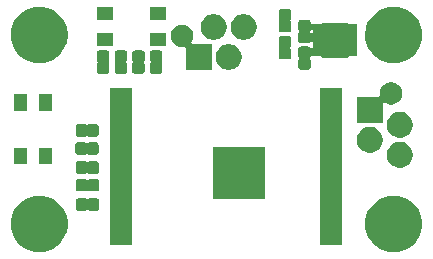
<source format=gbr>
G04 #@! TF.GenerationSoftware,KiCad,Pcbnew,5.0.2-bee76a0~70~ubuntu18.04.1*
G04 #@! TF.CreationDate,2020-01-02T20:25:09+01:00*
G04 #@! TF.ProjectId,roboy_sno,726f626f-795f-4736-9e6f-2e6b69636164,rev?*
G04 #@! TF.SameCoordinates,Original*
G04 #@! TF.FileFunction,Soldermask,Top*
G04 #@! TF.FilePolarity,Negative*
%FSLAX46Y46*%
G04 Gerber Fmt 4.6, Leading zero omitted, Abs format (unit mm)*
G04 Created by KiCad (PCBNEW 5.0.2-bee76a0~70~ubuntu18.04.1) date Do 02 Jan 2020 20:25:09 CET*
%MOMM*%
%LPD*%
G01*
G04 APERTURE LIST*
%ADD10C,0.100000*%
G04 APERTURE END LIST*
D10*
G36*
X138851904Y-136122979D02*
X139200054Y-136192230D01*
X139636826Y-136373147D01*
X140029911Y-136635798D01*
X140364202Y-136970089D01*
X140626853Y-137363174D01*
X140807770Y-137799946D01*
X140900000Y-138263621D01*
X140900000Y-138736379D01*
X140807770Y-139200054D01*
X140626853Y-139636826D01*
X140364202Y-140029911D01*
X140029911Y-140364202D01*
X139636826Y-140626853D01*
X139200054Y-140807770D01*
X138851904Y-140877021D01*
X138736381Y-140900000D01*
X138263619Y-140900000D01*
X138148096Y-140877021D01*
X137799946Y-140807770D01*
X137363174Y-140626853D01*
X136970089Y-140364202D01*
X136635798Y-140029911D01*
X136373147Y-139636826D01*
X136192230Y-139200054D01*
X136100000Y-138736379D01*
X136100000Y-138263621D01*
X136192230Y-137799946D01*
X136373147Y-137363174D01*
X136635798Y-136970089D01*
X136970089Y-136635798D01*
X137363174Y-136373147D01*
X137799946Y-136192230D01*
X138148096Y-136122979D01*
X138263619Y-136100000D01*
X138736381Y-136100000D01*
X138851904Y-136122979D01*
X138851904Y-136122979D01*
G37*
G36*
X108851904Y-136122979D02*
X109200054Y-136192230D01*
X109636826Y-136373147D01*
X110029911Y-136635798D01*
X110364202Y-136970089D01*
X110626853Y-137363174D01*
X110807770Y-137799946D01*
X110900000Y-138263621D01*
X110900000Y-138736379D01*
X110807770Y-139200054D01*
X110626853Y-139636826D01*
X110364202Y-140029911D01*
X110029911Y-140364202D01*
X109636826Y-140626853D01*
X109200054Y-140807770D01*
X108851904Y-140877021D01*
X108736381Y-140900000D01*
X108263619Y-140900000D01*
X108148096Y-140877021D01*
X107799946Y-140807770D01*
X107363174Y-140626853D01*
X106970089Y-140364202D01*
X106635798Y-140029911D01*
X106373147Y-139636826D01*
X106192230Y-139200054D01*
X106100000Y-138736379D01*
X106100000Y-138263621D01*
X106192230Y-137799946D01*
X106373147Y-137363174D01*
X106635798Y-136970089D01*
X106970089Y-136635798D01*
X107363174Y-136373147D01*
X107799946Y-136192230D01*
X108148096Y-136122979D01*
X108263619Y-136100000D01*
X108736381Y-136100000D01*
X108851904Y-136122979D01*
X108851904Y-136122979D01*
G37*
G36*
X134135000Y-140260000D02*
X132250000Y-140260000D01*
X132250000Y-126960000D01*
X134135000Y-126960000D01*
X134135000Y-140260000D01*
X134135000Y-140260000D01*
G37*
G36*
X116350000Y-140260000D02*
X114465000Y-140260000D01*
X114465000Y-126960000D01*
X116350000Y-126960000D01*
X116350000Y-140260000D01*
X116350000Y-140260000D01*
G37*
G36*
X112430974Y-136344148D02*
X112465568Y-136354642D01*
X112505128Y-136375787D01*
X112511069Y-136379757D01*
X112533708Y-136389136D01*
X112557741Y-136393917D01*
X112582245Y-136393919D01*
X112606279Y-136389140D01*
X112628918Y-136379763D01*
X112634858Y-136375795D01*
X112674432Y-136354642D01*
X112709026Y-136344148D01*
X112751141Y-136340000D01*
X113358859Y-136340000D01*
X113400974Y-136344148D01*
X113435568Y-136354642D01*
X113467441Y-136371678D01*
X113495387Y-136394613D01*
X113518322Y-136422559D01*
X113535358Y-136454432D01*
X113545852Y-136489026D01*
X113550000Y-136531141D01*
X113550000Y-137188859D01*
X113545852Y-137230974D01*
X113535358Y-137265568D01*
X113518322Y-137297441D01*
X113495387Y-137325387D01*
X113467441Y-137348322D01*
X113435568Y-137365358D01*
X113400974Y-137375852D01*
X113358859Y-137380000D01*
X112751141Y-137380000D01*
X112709026Y-137375852D01*
X112674432Y-137365358D01*
X112634872Y-137344213D01*
X112628931Y-137340243D01*
X112606292Y-137330864D01*
X112582259Y-137326083D01*
X112557755Y-137326081D01*
X112533721Y-137330860D01*
X112511082Y-137340237D01*
X112505142Y-137344205D01*
X112465568Y-137365358D01*
X112430974Y-137375852D01*
X112388859Y-137380000D01*
X111781141Y-137380000D01*
X111739026Y-137375852D01*
X111704432Y-137365358D01*
X111672559Y-137348322D01*
X111644613Y-137325387D01*
X111621678Y-137297441D01*
X111604642Y-137265568D01*
X111594148Y-137230974D01*
X111590000Y-137188859D01*
X111590000Y-136531141D01*
X111594148Y-136489026D01*
X111604642Y-136454432D01*
X111621678Y-136422559D01*
X111644613Y-136394613D01*
X111672559Y-136371678D01*
X111704432Y-136354642D01*
X111739026Y-136344148D01*
X111781141Y-136340000D01*
X112388859Y-136340000D01*
X112430974Y-136344148D01*
X112430974Y-136344148D01*
G37*
G36*
X127600000Y-136410000D02*
X123200000Y-136410000D01*
X123200000Y-132010000D01*
X127600000Y-132010000D01*
X127600000Y-136410000D01*
X127600000Y-136410000D01*
G37*
G36*
X112430974Y-134714148D02*
X112465568Y-134724642D01*
X112505128Y-134745787D01*
X112511069Y-134749757D01*
X112533708Y-134759136D01*
X112557741Y-134763917D01*
X112582245Y-134763919D01*
X112606279Y-134759140D01*
X112628918Y-134749763D01*
X112634858Y-134745795D01*
X112674432Y-134724642D01*
X112709026Y-134714148D01*
X112751141Y-134710000D01*
X113358859Y-134710000D01*
X113400974Y-134714148D01*
X113435568Y-134724642D01*
X113467441Y-134741678D01*
X113495387Y-134764613D01*
X113518322Y-134792559D01*
X113535358Y-134824432D01*
X113545852Y-134859026D01*
X113550000Y-134901141D01*
X113550000Y-135558859D01*
X113545852Y-135600974D01*
X113535358Y-135635568D01*
X113518322Y-135667441D01*
X113495387Y-135695387D01*
X113467441Y-135718322D01*
X113435568Y-135735358D01*
X113400974Y-135745852D01*
X113358859Y-135750000D01*
X112751141Y-135750000D01*
X112709026Y-135745852D01*
X112674432Y-135735358D01*
X112634872Y-135714213D01*
X112628931Y-135710243D01*
X112606292Y-135700864D01*
X112582259Y-135696083D01*
X112557755Y-135696081D01*
X112533721Y-135700860D01*
X112511082Y-135710237D01*
X112505142Y-135714205D01*
X112465568Y-135735358D01*
X112430974Y-135745852D01*
X112388859Y-135750000D01*
X111781141Y-135750000D01*
X111739026Y-135745852D01*
X111704432Y-135735358D01*
X111672559Y-135718322D01*
X111644613Y-135695387D01*
X111621678Y-135667441D01*
X111604642Y-135635568D01*
X111594148Y-135600974D01*
X111590000Y-135558859D01*
X111590000Y-134901141D01*
X111594148Y-134859026D01*
X111604642Y-134824432D01*
X111621678Y-134792559D01*
X111644613Y-134764613D01*
X111672559Y-134741678D01*
X111704432Y-134724642D01*
X111739026Y-134714148D01*
X111781141Y-134710000D01*
X112388859Y-134710000D01*
X112430974Y-134714148D01*
X112430974Y-134714148D01*
G37*
G36*
X112420974Y-133214148D02*
X112455568Y-133224642D01*
X112495128Y-133245787D01*
X112501069Y-133249757D01*
X112523708Y-133259136D01*
X112547741Y-133263917D01*
X112572245Y-133263919D01*
X112596279Y-133259140D01*
X112618918Y-133249763D01*
X112624858Y-133245795D01*
X112664432Y-133224642D01*
X112699026Y-133214148D01*
X112741141Y-133210000D01*
X113348859Y-133210000D01*
X113390974Y-133214148D01*
X113425568Y-133224642D01*
X113457441Y-133241678D01*
X113485387Y-133264613D01*
X113508322Y-133292559D01*
X113525358Y-133324432D01*
X113535852Y-133359026D01*
X113540000Y-133401141D01*
X113540000Y-134058859D01*
X113535852Y-134100974D01*
X113525358Y-134135568D01*
X113508322Y-134167441D01*
X113485387Y-134195387D01*
X113457441Y-134218322D01*
X113425568Y-134235358D01*
X113390974Y-134245852D01*
X113348859Y-134250000D01*
X112741141Y-134250000D01*
X112699026Y-134245852D01*
X112664432Y-134235358D01*
X112624872Y-134214213D01*
X112618931Y-134210243D01*
X112596292Y-134200864D01*
X112572259Y-134196083D01*
X112547755Y-134196081D01*
X112523721Y-134200860D01*
X112501082Y-134210237D01*
X112495142Y-134214205D01*
X112455568Y-134235358D01*
X112420974Y-134245852D01*
X112378859Y-134250000D01*
X111771141Y-134250000D01*
X111729026Y-134245852D01*
X111694432Y-134235358D01*
X111662559Y-134218322D01*
X111634613Y-134195387D01*
X111611678Y-134167441D01*
X111594642Y-134135568D01*
X111584148Y-134100974D01*
X111580000Y-134058859D01*
X111580000Y-133401141D01*
X111584148Y-133359026D01*
X111594642Y-133324432D01*
X111611678Y-133292559D01*
X111634613Y-133264613D01*
X111662559Y-133241678D01*
X111694432Y-133224642D01*
X111729026Y-133214148D01*
X111771141Y-133210000D01*
X112378859Y-133210000D01*
X112420974Y-133214148D01*
X112420974Y-133214148D01*
G37*
G36*
X139340857Y-131597272D02*
X139541042Y-131680191D01*
X139541045Y-131680193D01*
X139719174Y-131799215D01*
X139721213Y-131800578D01*
X139874422Y-131953787D01*
X139994809Y-132133958D01*
X140077728Y-132334143D01*
X140120000Y-132546658D01*
X140120000Y-132763342D01*
X140077728Y-132975857D01*
X139994809Y-133176042D01*
X139994807Y-133176045D01*
X139895658Y-133324432D01*
X139874422Y-133356213D01*
X139721213Y-133509422D01*
X139541042Y-133629809D01*
X139340857Y-133712728D01*
X139128342Y-133755000D01*
X138911658Y-133755000D01*
X138699143Y-133712728D01*
X138498958Y-133629809D01*
X138318787Y-133509422D01*
X138165578Y-133356213D01*
X138144343Y-133324432D01*
X138045193Y-133176045D01*
X138045191Y-133176042D01*
X137962272Y-132975857D01*
X137920000Y-132763342D01*
X137920000Y-132546658D01*
X137962272Y-132334143D01*
X138045191Y-132133958D01*
X138165578Y-131953787D01*
X138318787Y-131800578D01*
X138320827Y-131799215D01*
X138498955Y-131680193D01*
X138498958Y-131680191D01*
X138699143Y-131597272D01*
X138911658Y-131555000D01*
X139128342Y-131555000D01*
X139340857Y-131597272D01*
X139340857Y-131597272D01*
G37*
G36*
X107435000Y-133440000D02*
X106335000Y-133440000D01*
X106335000Y-132040000D01*
X107435000Y-132040000D01*
X107435000Y-133440000D01*
X107435000Y-133440000D01*
G37*
G36*
X109585000Y-133440000D02*
X108485000Y-133440000D01*
X108485000Y-132040000D01*
X109585000Y-132040000D01*
X109585000Y-133440000D01*
X109585000Y-133440000D01*
G37*
G36*
X112400974Y-131604148D02*
X112435568Y-131614642D01*
X112475128Y-131635787D01*
X112481069Y-131639757D01*
X112503708Y-131649136D01*
X112527741Y-131653917D01*
X112552245Y-131653919D01*
X112576279Y-131649140D01*
X112598918Y-131639763D01*
X112604858Y-131635795D01*
X112644432Y-131614642D01*
X112679026Y-131604148D01*
X112721141Y-131600000D01*
X113328859Y-131600000D01*
X113370974Y-131604148D01*
X113405568Y-131614642D01*
X113437441Y-131631678D01*
X113465387Y-131654613D01*
X113488322Y-131682559D01*
X113505358Y-131714432D01*
X113515852Y-131749026D01*
X113520000Y-131791141D01*
X113520000Y-132448859D01*
X113515852Y-132490974D01*
X113505358Y-132525568D01*
X113488322Y-132557441D01*
X113465387Y-132585387D01*
X113437441Y-132608322D01*
X113405568Y-132625358D01*
X113370974Y-132635852D01*
X113328859Y-132640000D01*
X112721141Y-132640000D01*
X112679026Y-132635852D01*
X112644432Y-132625358D01*
X112604872Y-132604213D01*
X112598931Y-132600243D01*
X112576292Y-132590864D01*
X112552259Y-132586083D01*
X112527755Y-132586081D01*
X112503721Y-132590860D01*
X112481082Y-132600237D01*
X112475142Y-132604205D01*
X112435568Y-132625358D01*
X112400974Y-132635852D01*
X112358859Y-132640000D01*
X111751141Y-132640000D01*
X111709026Y-132635852D01*
X111674432Y-132625358D01*
X111642559Y-132608322D01*
X111614613Y-132585387D01*
X111591678Y-132557441D01*
X111574642Y-132525568D01*
X111564148Y-132490974D01*
X111560000Y-132448859D01*
X111560000Y-131791141D01*
X111564148Y-131749026D01*
X111574642Y-131714432D01*
X111591678Y-131682559D01*
X111614613Y-131654613D01*
X111642559Y-131631678D01*
X111674432Y-131614642D01*
X111709026Y-131604148D01*
X111751141Y-131600000D01*
X112358859Y-131600000D01*
X112400974Y-131604148D01*
X112400974Y-131604148D01*
G37*
G36*
X136800857Y-130327272D02*
X137001042Y-130410191D01*
X137181213Y-130530578D01*
X137334422Y-130683787D01*
X137454809Y-130863958D01*
X137537728Y-131064143D01*
X137580000Y-131276658D01*
X137580000Y-131493342D01*
X137537728Y-131705857D01*
X137454809Y-131906042D01*
X137334422Y-132086213D01*
X137181213Y-132239422D01*
X137001042Y-132359809D01*
X136800857Y-132442728D01*
X136588342Y-132485000D01*
X136371658Y-132485000D01*
X136159143Y-132442728D01*
X135958958Y-132359809D01*
X135778787Y-132239422D01*
X135625578Y-132086213D01*
X135505191Y-131906042D01*
X135422272Y-131705857D01*
X135380000Y-131493342D01*
X135380000Y-131276658D01*
X135422272Y-131064143D01*
X135505191Y-130863958D01*
X135625578Y-130683787D01*
X135778787Y-130530578D01*
X135958958Y-130410191D01*
X136159143Y-130327272D01*
X136371658Y-130285000D01*
X136588342Y-130285000D01*
X136800857Y-130327272D01*
X136800857Y-130327272D01*
G37*
G36*
X139340857Y-129057272D02*
X139541042Y-129140191D01*
X139721213Y-129260578D01*
X139874422Y-129413787D01*
X139994809Y-129593958D01*
X140077728Y-129794143D01*
X140120000Y-130006658D01*
X140120000Y-130223342D01*
X140077728Y-130435857D01*
X139994809Y-130636042D01*
X139874422Y-130816213D01*
X139721213Y-130969422D01*
X139721210Y-130969424D01*
X139721209Y-130969425D01*
X139564395Y-131074205D01*
X139541042Y-131089809D01*
X139340857Y-131172728D01*
X139128342Y-131215000D01*
X138911658Y-131215000D01*
X138699143Y-131172728D01*
X138498958Y-131089809D01*
X138475605Y-131074205D01*
X138318791Y-130969425D01*
X138318790Y-130969424D01*
X138318787Y-130969422D01*
X138165578Y-130816213D01*
X138045191Y-130636042D01*
X137962272Y-130435857D01*
X137920000Y-130223342D01*
X137920000Y-130006658D01*
X137962272Y-129794143D01*
X138045191Y-129593958D01*
X138165578Y-129413787D01*
X138318787Y-129260578D01*
X138498958Y-129140191D01*
X138699143Y-129057272D01*
X138911658Y-129015000D01*
X139128342Y-129015000D01*
X139340857Y-129057272D01*
X139340857Y-129057272D01*
G37*
G36*
X112410974Y-130074148D02*
X112445568Y-130084642D01*
X112485128Y-130105787D01*
X112491069Y-130109757D01*
X112513708Y-130119136D01*
X112537741Y-130123917D01*
X112562245Y-130123919D01*
X112586279Y-130119140D01*
X112608918Y-130109763D01*
X112614858Y-130105795D01*
X112654432Y-130084642D01*
X112689026Y-130074148D01*
X112731141Y-130070000D01*
X113338859Y-130070000D01*
X113380974Y-130074148D01*
X113415568Y-130084642D01*
X113447441Y-130101678D01*
X113475387Y-130124613D01*
X113498322Y-130152559D01*
X113515358Y-130184432D01*
X113525852Y-130219026D01*
X113530000Y-130261141D01*
X113530000Y-130918859D01*
X113525852Y-130960974D01*
X113515358Y-130995568D01*
X113498322Y-131027441D01*
X113475387Y-131055387D01*
X113447441Y-131078322D01*
X113415568Y-131095358D01*
X113380974Y-131105852D01*
X113338859Y-131110000D01*
X112731141Y-131110000D01*
X112689026Y-131105852D01*
X112654432Y-131095358D01*
X112614872Y-131074213D01*
X112608931Y-131070243D01*
X112586292Y-131060864D01*
X112562259Y-131056083D01*
X112537755Y-131056081D01*
X112513721Y-131060860D01*
X112491082Y-131070237D01*
X112485142Y-131074205D01*
X112445568Y-131095358D01*
X112410974Y-131105852D01*
X112368859Y-131110000D01*
X111761141Y-131110000D01*
X111719026Y-131105852D01*
X111684432Y-131095358D01*
X111652559Y-131078322D01*
X111624613Y-131055387D01*
X111601678Y-131027441D01*
X111584642Y-130995568D01*
X111574148Y-130960974D01*
X111570000Y-130918859D01*
X111570000Y-130261141D01*
X111574148Y-130219026D01*
X111584642Y-130184432D01*
X111601678Y-130152559D01*
X111624613Y-130124613D01*
X111652559Y-130101678D01*
X111684432Y-130084642D01*
X111719026Y-130074148D01*
X111761141Y-130070000D01*
X112368859Y-130070000D01*
X112410974Y-130074148D01*
X112410974Y-130074148D01*
G37*
G36*
X138557117Y-126531459D02*
X138730018Y-126603077D01*
X138885625Y-126707050D01*
X139017950Y-126839375D01*
X139121923Y-126994982D01*
X139193541Y-127167883D01*
X139230050Y-127351427D01*
X139230050Y-127538573D01*
X139193541Y-127722117D01*
X139121923Y-127895018D01*
X139017950Y-128050625D01*
X138885625Y-128182950D01*
X138730018Y-128286923D01*
X138557117Y-128358541D01*
X138373573Y-128395050D01*
X138186427Y-128395050D01*
X138002883Y-128358541D01*
X137829982Y-128286923D01*
X137774446Y-128249815D01*
X137752835Y-128238264D01*
X137729386Y-128231151D01*
X137705000Y-128228749D01*
X137680614Y-128231151D01*
X137657164Y-128238264D01*
X137635554Y-128249815D01*
X137616612Y-128265361D01*
X137601066Y-128284303D01*
X137589515Y-128305914D01*
X137582402Y-128329363D01*
X137580000Y-128353749D01*
X137580000Y-129945000D01*
X135380000Y-129945000D01*
X135380000Y-127745000D01*
X137218698Y-127745000D01*
X137243084Y-127742598D01*
X137266533Y-127735485D01*
X137288144Y-127723934D01*
X137307086Y-127708388D01*
X137322632Y-127689446D01*
X137334183Y-127667835D01*
X137341296Y-127644386D01*
X137343698Y-127620000D01*
X137341296Y-127595614D01*
X137329950Y-127538573D01*
X137329950Y-127351427D01*
X137366459Y-127167883D01*
X137438077Y-126994982D01*
X137542050Y-126839375D01*
X137674375Y-126707050D01*
X137829982Y-126603077D01*
X138002883Y-126531459D01*
X138186427Y-126494950D01*
X138373573Y-126494950D01*
X138557117Y-126531459D01*
X138557117Y-126531459D01*
G37*
G36*
X107435000Y-128940000D02*
X106335000Y-128940000D01*
X106335000Y-127540000D01*
X107435000Y-127540000D01*
X107435000Y-128940000D01*
X107435000Y-128940000D01*
G37*
G36*
X109585000Y-128940000D02*
X108485000Y-128940000D01*
X108485000Y-127540000D01*
X109585000Y-127540000D01*
X109585000Y-128940000D01*
X109585000Y-128940000D01*
G37*
G36*
X115770974Y-123824148D02*
X115805568Y-123834642D01*
X115837441Y-123851678D01*
X115865387Y-123874613D01*
X115888322Y-123902559D01*
X115905358Y-123934432D01*
X115915852Y-123969026D01*
X115920000Y-124011141D01*
X115920000Y-124618859D01*
X115915852Y-124660974D01*
X115905358Y-124695568D01*
X115884213Y-124735128D01*
X115880243Y-124741069D01*
X115870864Y-124763708D01*
X115866083Y-124787741D01*
X115866081Y-124812245D01*
X115870860Y-124836279D01*
X115880237Y-124858918D01*
X115884205Y-124864858D01*
X115905358Y-124904432D01*
X115915852Y-124939026D01*
X115920000Y-124981141D01*
X115920000Y-125588859D01*
X115915852Y-125630974D01*
X115905358Y-125665568D01*
X115888322Y-125697441D01*
X115865387Y-125725387D01*
X115837441Y-125748322D01*
X115805568Y-125765358D01*
X115770974Y-125775852D01*
X115728859Y-125780000D01*
X115071141Y-125780000D01*
X115029026Y-125775852D01*
X114994432Y-125765358D01*
X114962559Y-125748322D01*
X114934613Y-125725387D01*
X114911678Y-125697441D01*
X114894642Y-125665568D01*
X114884148Y-125630974D01*
X114880000Y-125588859D01*
X114880000Y-124981141D01*
X114884148Y-124939026D01*
X114894642Y-124904432D01*
X114915787Y-124864872D01*
X114919757Y-124858931D01*
X114929136Y-124836292D01*
X114933917Y-124812259D01*
X114933919Y-124787755D01*
X114929140Y-124763721D01*
X114919763Y-124741082D01*
X114915795Y-124735142D01*
X114894642Y-124695568D01*
X114884148Y-124660974D01*
X114880000Y-124618859D01*
X114880000Y-124011141D01*
X114884148Y-123969026D01*
X114894642Y-123934432D01*
X114911678Y-123902559D01*
X114934613Y-123874613D01*
X114962559Y-123851678D01*
X114994432Y-123834642D01*
X115029026Y-123824148D01*
X115071141Y-123820000D01*
X115728859Y-123820000D01*
X115770974Y-123824148D01*
X115770974Y-123824148D01*
G37*
G36*
X114270974Y-123824148D02*
X114305568Y-123834642D01*
X114337441Y-123851678D01*
X114365387Y-123874613D01*
X114388322Y-123902559D01*
X114405358Y-123934432D01*
X114415852Y-123969026D01*
X114420000Y-124011141D01*
X114420000Y-124618859D01*
X114415852Y-124660974D01*
X114405358Y-124695568D01*
X114384213Y-124735128D01*
X114380243Y-124741069D01*
X114370864Y-124763708D01*
X114366083Y-124787741D01*
X114366081Y-124812245D01*
X114370860Y-124836279D01*
X114380237Y-124858918D01*
X114384205Y-124864858D01*
X114405358Y-124904432D01*
X114415852Y-124939026D01*
X114420000Y-124981141D01*
X114420000Y-125588859D01*
X114415852Y-125630974D01*
X114405358Y-125665568D01*
X114388322Y-125697441D01*
X114365387Y-125725387D01*
X114337441Y-125748322D01*
X114305568Y-125765358D01*
X114270974Y-125775852D01*
X114228859Y-125780000D01*
X113571141Y-125780000D01*
X113529026Y-125775852D01*
X113494432Y-125765358D01*
X113462559Y-125748322D01*
X113434613Y-125725387D01*
X113411678Y-125697441D01*
X113394642Y-125665568D01*
X113384148Y-125630974D01*
X113380000Y-125588859D01*
X113380000Y-124981141D01*
X113384148Y-124939026D01*
X113394642Y-124904432D01*
X113415787Y-124864872D01*
X113419757Y-124858931D01*
X113429136Y-124836292D01*
X113433917Y-124812259D01*
X113433919Y-124787755D01*
X113429140Y-124763721D01*
X113419763Y-124741082D01*
X113415795Y-124735142D01*
X113394642Y-124695568D01*
X113384148Y-124660974D01*
X113380000Y-124618859D01*
X113380000Y-124011141D01*
X113384148Y-123969026D01*
X113394642Y-123934432D01*
X113411678Y-123902559D01*
X113434613Y-123874613D01*
X113462559Y-123851678D01*
X113494432Y-123834642D01*
X113529026Y-123824148D01*
X113571141Y-123820000D01*
X114228859Y-123820000D01*
X114270974Y-123824148D01*
X114270974Y-123824148D01*
G37*
G36*
X117270974Y-123824148D02*
X117305568Y-123834642D01*
X117337441Y-123851678D01*
X117365387Y-123874613D01*
X117388322Y-123902559D01*
X117405358Y-123934432D01*
X117415852Y-123969026D01*
X117420000Y-124011141D01*
X117420000Y-124618859D01*
X117415852Y-124660974D01*
X117405358Y-124695568D01*
X117384213Y-124735128D01*
X117380243Y-124741069D01*
X117370864Y-124763708D01*
X117366083Y-124787741D01*
X117366081Y-124812245D01*
X117370860Y-124836279D01*
X117380237Y-124858918D01*
X117384205Y-124864858D01*
X117405358Y-124904432D01*
X117415852Y-124939026D01*
X117420000Y-124981141D01*
X117420000Y-125588859D01*
X117415852Y-125630974D01*
X117405358Y-125665568D01*
X117388322Y-125697441D01*
X117365387Y-125725387D01*
X117337441Y-125748322D01*
X117305568Y-125765358D01*
X117270974Y-125775852D01*
X117228859Y-125780000D01*
X116571141Y-125780000D01*
X116529026Y-125775852D01*
X116494432Y-125765358D01*
X116462559Y-125748322D01*
X116434613Y-125725387D01*
X116411678Y-125697441D01*
X116394642Y-125665568D01*
X116384148Y-125630974D01*
X116380000Y-125588859D01*
X116380000Y-124981141D01*
X116384148Y-124939026D01*
X116394642Y-124904432D01*
X116415787Y-124864872D01*
X116419757Y-124858931D01*
X116429136Y-124836292D01*
X116433917Y-124812259D01*
X116433919Y-124787755D01*
X116429140Y-124763721D01*
X116419763Y-124741082D01*
X116415795Y-124735142D01*
X116394642Y-124695568D01*
X116384148Y-124660974D01*
X116380000Y-124618859D01*
X116380000Y-124011141D01*
X116384148Y-123969026D01*
X116394642Y-123934432D01*
X116411678Y-123902559D01*
X116434613Y-123874613D01*
X116462559Y-123851678D01*
X116494432Y-123834642D01*
X116529026Y-123824148D01*
X116571141Y-123820000D01*
X117228859Y-123820000D01*
X117270974Y-123824148D01*
X117270974Y-123824148D01*
G37*
G36*
X118770974Y-123824148D02*
X118805568Y-123834642D01*
X118837441Y-123851678D01*
X118865387Y-123874613D01*
X118888322Y-123902559D01*
X118905358Y-123934432D01*
X118915852Y-123969026D01*
X118920000Y-124011141D01*
X118920000Y-124618859D01*
X118915852Y-124660974D01*
X118905358Y-124695568D01*
X118884213Y-124735128D01*
X118880243Y-124741069D01*
X118870864Y-124763708D01*
X118866083Y-124787741D01*
X118866081Y-124812245D01*
X118870860Y-124836279D01*
X118880237Y-124858918D01*
X118884205Y-124864858D01*
X118905358Y-124904432D01*
X118915852Y-124939026D01*
X118920000Y-124981141D01*
X118920000Y-125588859D01*
X118915852Y-125630974D01*
X118905358Y-125665568D01*
X118888322Y-125697441D01*
X118865387Y-125725387D01*
X118837441Y-125748322D01*
X118805568Y-125765358D01*
X118770974Y-125775852D01*
X118728859Y-125780000D01*
X118071141Y-125780000D01*
X118029026Y-125775852D01*
X117994432Y-125765358D01*
X117962559Y-125748322D01*
X117934613Y-125725387D01*
X117911678Y-125697441D01*
X117894642Y-125665568D01*
X117884148Y-125630974D01*
X117880000Y-125588859D01*
X117880000Y-124981141D01*
X117884148Y-124939026D01*
X117894642Y-124904432D01*
X117915787Y-124864872D01*
X117919757Y-124858931D01*
X117929136Y-124836292D01*
X117933917Y-124812259D01*
X117933919Y-124787755D01*
X117929140Y-124763721D01*
X117919763Y-124741082D01*
X117915795Y-124735142D01*
X117894642Y-124695568D01*
X117884148Y-124660974D01*
X117880000Y-124618859D01*
X117880000Y-124011141D01*
X117884148Y-123969026D01*
X117894642Y-123934432D01*
X117911678Y-123902559D01*
X117934613Y-123874613D01*
X117962559Y-123851678D01*
X117994432Y-123834642D01*
X118029026Y-123824148D01*
X118071141Y-123820000D01*
X118728859Y-123820000D01*
X118770974Y-123824148D01*
X118770974Y-123824148D01*
G37*
G36*
X124855857Y-123312272D02*
X125056042Y-123395191D01*
X125056045Y-123395193D01*
X125230377Y-123511678D01*
X125236213Y-123515578D01*
X125389422Y-123668787D01*
X125389424Y-123668790D01*
X125389425Y-123668791D01*
X125438867Y-123742786D01*
X125509809Y-123848958D01*
X125592728Y-124049143D01*
X125635000Y-124261658D01*
X125635000Y-124478342D01*
X125592728Y-124690857D01*
X125509809Y-124891042D01*
X125509807Y-124891045D01*
X125411949Y-125037500D01*
X125389422Y-125071213D01*
X125236213Y-125224422D01*
X125236210Y-125224424D01*
X125236209Y-125224425D01*
X125084838Y-125325568D01*
X125056042Y-125344809D01*
X124855857Y-125427728D01*
X124643342Y-125470000D01*
X124426658Y-125470000D01*
X124214143Y-125427728D01*
X124013958Y-125344809D01*
X123985162Y-125325568D01*
X123833791Y-125224425D01*
X123833790Y-125224424D01*
X123833787Y-125224422D01*
X123680578Y-125071213D01*
X123658052Y-125037500D01*
X123560193Y-124891045D01*
X123560191Y-124891042D01*
X123477272Y-124690857D01*
X123435000Y-124478342D01*
X123435000Y-124261658D01*
X123477272Y-124049143D01*
X123560191Y-123848958D01*
X123631133Y-123742786D01*
X123680575Y-123668791D01*
X123680576Y-123668790D01*
X123680578Y-123668787D01*
X123833787Y-123515578D01*
X123839624Y-123511678D01*
X124013955Y-123395193D01*
X124013958Y-123395191D01*
X124214143Y-123312272D01*
X124426658Y-123270000D01*
X124643342Y-123270000D01*
X124855857Y-123312272D01*
X124855857Y-123312272D01*
G37*
G36*
X120872117Y-121656459D02*
X121045018Y-121728077D01*
X121200625Y-121832050D01*
X121332950Y-121964375D01*
X121436923Y-122119982D01*
X121508541Y-122292883D01*
X121545050Y-122476427D01*
X121545050Y-122663573D01*
X121508541Y-122847117D01*
X121436923Y-123020018D01*
X121399815Y-123075554D01*
X121388264Y-123097165D01*
X121381151Y-123120614D01*
X121378749Y-123145000D01*
X121381151Y-123169386D01*
X121388264Y-123192836D01*
X121399815Y-123214446D01*
X121415361Y-123233388D01*
X121434303Y-123248934D01*
X121455914Y-123260485D01*
X121479363Y-123267598D01*
X121503749Y-123270000D01*
X123095000Y-123270000D01*
X123095000Y-125470000D01*
X120895000Y-125470000D01*
X120895000Y-123631302D01*
X120892598Y-123606916D01*
X120885485Y-123583467D01*
X120873934Y-123561856D01*
X120858388Y-123542914D01*
X120839446Y-123527368D01*
X120817835Y-123515817D01*
X120794386Y-123508704D01*
X120770000Y-123506302D01*
X120745614Y-123508704D01*
X120688573Y-123520050D01*
X120501427Y-123520050D01*
X120317883Y-123483541D01*
X120144982Y-123411923D01*
X119989375Y-123307950D01*
X119857050Y-123175625D01*
X119753077Y-123020018D01*
X119681459Y-122847117D01*
X119644950Y-122663573D01*
X119644950Y-122476427D01*
X119681459Y-122292883D01*
X119753077Y-122119982D01*
X119857050Y-121964375D01*
X119989375Y-121832050D01*
X120144982Y-121728077D01*
X120317883Y-121656459D01*
X120501427Y-121619950D01*
X120688573Y-121619950D01*
X120872117Y-121656459D01*
X120872117Y-121656459D01*
G37*
G36*
X131330974Y-121244148D02*
X131365568Y-121254642D01*
X131397441Y-121271678D01*
X131425387Y-121294613D01*
X131448322Y-121322559D01*
X131465358Y-121354432D01*
X131475852Y-121389026D01*
X131480000Y-121431141D01*
X131480000Y-121450000D01*
X131482402Y-121474386D01*
X131489515Y-121497835D01*
X131501066Y-121519446D01*
X131516612Y-121538388D01*
X131535554Y-121553934D01*
X131557165Y-121565485D01*
X131580614Y-121572598D01*
X131605000Y-121575000D01*
X132365000Y-121575000D01*
X132389386Y-121572598D01*
X132412835Y-121565485D01*
X132434446Y-121553934D01*
X132453388Y-121538388D01*
X132468934Y-121519446D01*
X132480485Y-121497835D01*
X132487598Y-121474386D01*
X132490000Y-121450000D01*
X134590000Y-121450000D01*
X134592402Y-121474386D01*
X134599515Y-121497835D01*
X134611066Y-121519446D01*
X134626612Y-121538388D01*
X134645554Y-121553934D01*
X134667165Y-121565485D01*
X134690614Y-121572598D01*
X134715000Y-121575000D01*
X135395000Y-121575000D01*
X135395000Y-124325000D01*
X134715000Y-124325000D01*
X134690614Y-124327402D01*
X134667165Y-124334515D01*
X134645554Y-124346066D01*
X134626612Y-124361612D01*
X134611066Y-124380554D01*
X134599515Y-124402165D01*
X134592402Y-124425614D01*
X134590000Y-124450000D01*
X132490000Y-124450000D01*
X132487598Y-124425614D01*
X132480485Y-124402165D01*
X132468934Y-124380554D01*
X132453388Y-124361612D01*
X132434446Y-124346066D01*
X132412835Y-124334515D01*
X132389386Y-124327402D01*
X132365000Y-124325000D01*
X131597322Y-124325000D01*
X131584386Y-124321076D01*
X131560000Y-124318674D01*
X131535614Y-124321076D01*
X131512165Y-124328189D01*
X131490554Y-124339740D01*
X131471612Y-124355286D01*
X131456066Y-124374228D01*
X131449759Y-124384751D01*
X131444210Y-124395132D01*
X131440243Y-124401069D01*
X131430864Y-124423708D01*
X131426083Y-124447741D01*
X131426081Y-124472245D01*
X131430860Y-124496279D01*
X131440237Y-124518918D01*
X131444205Y-124524858D01*
X131465358Y-124564432D01*
X131475852Y-124599026D01*
X131480000Y-124641141D01*
X131480000Y-125248859D01*
X131475852Y-125290974D01*
X131465358Y-125325568D01*
X131448322Y-125357441D01*
X131425387Y-125385387D01*
X131397441Y-125408322D01*
X131365568Y-125425358D01*
X131330974Y-125435852D01*
X131288859Y-125440000D01*
X130631141Y-125440000D01*
X130589026Y-125435852D01*
X130554432Y-125425358D01*
X130522559Y-125408322D01*
X130494613Y-125385387D01*
X130471678Y-125357441D01*
X130454642Y-125325568D01*
X130444148Y-125290974D01*
X130440000Y-125248859D01*
X130440000Y-124641141D01*
X130444148Y-124599026D01*
X130454642Y-124564432D01*
X130475787Y-124524872D01*
X130479757Y-124518931D01*
X130489136Y-124496292D01*
X130493917Y-124472259D01*
X130493919Y-124447755D01*
X130489140Y-124423721D01*
X130479763Y-124401082D01*
X130475795Y-124395142D01*
X130454642Y-124355568D01*
X130444148Y-124320974D01*
X130440000Y-124278859D01*
X130440000Y-123671141D01*
X130444148Y-123629026D01*
X130454642Y-123594432D01*
X130471678Y-123562559D01*
X130494613Y-123534613D01*
X130522559Y-123511678D01*
X130554432Y-123494642D01*
X130589026Y-123484148D01*
X130631141Y-123480000D01*
X131288859Y-123480000D01*
X131330974Y-123484148D01*
X131365568Y-123494642D01*
X131397441Y-123511678D01*
X131425387Y-123534613D01*
X131448320Y-123562557D01*
X131449759Y-123565249D01*
X131463373Y-123585624D01*
X131480700Y-123602951D01*
X131501074Y-123616565D01*
X131523713Y-123625943D01*
X131547746Y-123630724D01*
X131572251Y-123630724D01*
X131596284Y-123625944D01*
X131618923Y-123616567D01*
X131639298Y-123602953D01*
X131656625Y-123585626D01*
X131670239Y-123565252D01*
X131679617Y-123542613D01*
X131684398Y-123518580D01*
X131685000Y-123506326D01*
X131685000Y-123173674D01*
X131682598Y-123149288D01*
X131675485Y-123125839D01*
X131663934Y-123104228D01*
X131648388Y-123085286D01*
X131629446Y-123069740D01*
X131607835Y-123058189D01*
X131584386Y-123051076D01*
X131560000Y-123048674D01*
X131535614Y-123051076D01*
X131512165Y-123058189D01*
X131490554Y-123069740D01*
X131471612Y-123085286D01*
X131456066Y-123104228D01*
X131449759Y-123114751D01*
X131448320Y-123117443D01*
X131425387Y-123145387D01*
X131397441Y-123168322D01*
X131365568Y-123185358D01*
X131330974Y-123195852D01*
X131288859Y-123200000D01*
X130631141Y-123200000D01*
X130589026Y-123195852D01*
X130554432Y-123185358D01*
X130522559Y-123168322D01*
X130494613Y-123145387D01*
X130471678Y-123117441D01*
X130454642Y-123085568D01*
X130444148Y-123050974D01*
X130440000Y-123008859D01*
X130440000Y-122401141D01*
X130444148Y-122359026D01*
X130454642Y-122324432D01*
X130475787Y-122284872D01*
X130479757Y-122278931D01*
X130489136Y-122256292D01*
X130493917Y-122232259D01*
X130493917Y-122232245D01*
X131426081Y-122232245D01*
X131430860Y-122256279D01*
X131440237Y-122278918D01*
X131444203Y-122284854D01*
X131449759Y-122295249D01*
X131463373Y-122315624D01*
X131480700Y-122332951D01*
X131501074Y-122346565D01*
X131523713Y-122355943D01*
X131547746Y-122360724D01*
X131572251Y-122360724D01*
X131596284Y-122355944D01*
X131618923Y-122346567D01*
X131639298Y-122332953D01*
X131656625Y-122315626D01*
X131670239Y-122295252D01*
X131679617Y-122272613D01*
X131684398Y-122248580D01*
X131685000Y-122236326D01*
X131685000Y-122203674D01*
X131682598Y-122179288D01*
X131675485Y-122155839D01*
X131663934Y-122134228D01*
X131648388Y-122115286D01*
X131629446Y-122099740D01*
X131607835Y-122088189D01*
X131584386Y-122081076D01*
X131560000Y-122078674D01*
X131535614Y-122081076D01*
X131512165Y-122088189D01*
X131490554Y-122099740D01*
X131471612Y-122115286D01*
X131456066Y-122134228D01*
X131449759Y-122144751D01*
X131444210Y-122155132D01*
X131440243Y-122161069D01*
X131430864Y-122183708D01*
X131426083Y-122207741D01*
X131426081Y-122232245D01*
X130493917Y-122232245D01*
X130493919Y-122207755D01*
X130489140Y-122183721D01*
X130479763Y-122161082D01*
X130475795Y-122155142D01*
X130454642Y-122115568D01*
X130444148Y-122080974D01*
X130440000Y-122038859D01*
X130440000Y-121431141D01*
X130444148Y-121389026D01*
X130454642Y-121354432D01*
X130471678Y-121322559D01*
X130494613Y-121294613D01*
X130522559Y-121271678D01*
X130554432Y-121254642D01*
X130589026Y-121244148D01*
X130631141Y-121240000D01*
X131288859Y-121240000D01*
X131330974Y-121244148D01*
X131330974Y-121244148D01*
G37*
G36*
X108851904Y-120122979D02*
X109200054Y-120192230D01*
X109636826Y-120373147D01*
X110029911Y-120635798D01*
X110364202Y-120970089D01*
X110626853Y-121363174D01*
X110807770Y-121799946D01*
X110870551Y-122115568D01*
X110900000Y-122263619D01*
X110900000Y-122736381D01*
X110886389Y-122804807D01*
X110807770Y-123200054D01*
X110626853Y-123636826D01*
X110364202Y-124029911D01*
X110029911Y-124364202D01*
X109636826Y-124626853D01*
X109200054Y-124807770D01*
X108851904Y-124877021D01*
X108736381Y-124900000D01*
X108263619Y-124900000D01*
X108148096Y-124877021D01*
X107799946Y-124807770D01*
X107363174Y-124626853D01*
X106970089Y-124364202D01*
X106635798Y-124029911D01*
X106373147Y-123636826D01*
X106192230Y-123200054D01*
X106113611Y-122804807D01*
X106100000Y-122736381D01*
X106100000Y-122263619D01*
X106129449Y-122115568D01*
X106192230Y-121799946D01*
X106373147Y-121363174D01*
X106635798Y-120970089D01*
X106970089Y-120635798D01*
X107363174Y-120373147D01*
X107799946Y-120192230D01*
X108148096Y-120122979D01*
X108263619Y-120100000D01*
X108736381Y-120100000D01*
X108851904Y-120122979D01*
X108851904Y-120122979D01*
G37*
G36*
X138851904Y-120122979D02*
X139200054Y-120192230D01*
X139636826Y-120373147D01*
X140029911Y-120635798D01*
X140364202Y-120970089D01*
X140626853Y-121363174D01*
X140807770Y-121799946D01*
X140870551Y-122115568D01*
X140900000Y-122263619D01*
X140900000Y-122736381D01*
X140886389Y-122804807D01*
X140807770Y-123200054D01*
X140626853Y-123636826D01*
X140364202Y-124029911D01*
X140029911Y-124364202D01*
X139636826Y-124626853D01*
X139200054Y-124807770D01*
X138851904Y-124877021D01*
X138736381Y-124900000D01*
X138263619Y-124900000D01*
X138148096Y-124877021D01*
X137799946Y-124807770D01*
X137363174Y-124626853D01*
X136970089Y-124364202D01*
X136635798Y-124029911D01*
X136373147Y-123636826D01*
X136192230Y-123200054D01*
X136113611Y-122804807D01*
X136100000Y-122736381D01*
X136100000Y-122263619D01*
X136129449Y-122115568D01*
X136192230Y-121799946D01*
X136373147Y-121363174D01*
X136635798Y-120970089D01*
X136970089Y-120635798D01*
X137363174Y-120373147D01*
X137799946Y-120192230D01*
X138148096Y-120122979D01*
X138263619Y-120100000D01*
X138736381Y-120100000D01*
X138851904Y-120122979D01*
X138851904Y-120122979D01*
G37*
G36*
X129670974Y-122624148D02*
X129705568Y-122634642D01*
X129737441Y-122651678D01*
X129765387Y-122674613D01*
X129788322Y-122702559D01*
X129805358Y-122734432D01*
X129815852Y-122769026D01*
X129820000Y-122811141D01*
X129820000Y-123418859D01*
X129815852Y-123460974D01*
X129805358Y-123495568D01*
X129784213Y-123535128D01*
X129780243Y-123541069D01*
X129770864Y-123563708D01*
X129766083Y-123587741D01*
X129766081Y-123612245D01*
X129770860Y-123636279D01*
X129780237Y-123658918D01*
X129784205Y-123664858D01*
X129805358Y-123704432D01*
X129815852Y-123739026D01*
X129820000Y-123781141D01*
X129820000Y-124388859D01*
X129815852Y-124430974D01*
X129805358Y-124465568D01*
X129788322Y-124497441D01*
X129765387Y-124525387D01*
X129737441Y-124548322D01*
X129705568Y-124565358D01*
X129670974Y-124575852D01*
X129628859Y-124580000D01*
X128971141Y-124580000D01*
X128929026Y-124575852D01*
X128894432Y-124565358D01*
X128862559Y-124548322D01*
X128834613Y-124525387D01*
X128811678Y-124497441D01*
X128794642Y-124465568D01*
X128784148Y-124430974D01*
X128780000Y-124388859D01*
X128780000Y-123781141D01*
X128784148Y-123739026D01*
X128794642Y-123704432D01*
X128815787Y-123664872D01*
X128819757Y-123658931D01*
X128829136Y-123636292D01*
X128833917Y-123612259D01*
X128833919Y-123587755D01*
X128829140Y-123563721D01*
X128819763Y-123541082D01*
X128815795Y-123535142D01*
X128794642Y-123495568D01*
X128784148Y-123460974D01*
X128780000Y-123418859D01*
X128780000Y-122811141D01*
X128784148Y-122769026D01*
X128794642Y-122734432D01*
X128811678Y-122702559D01*
X128834613Y-122674613D01*
X128862559Y-122651678D01*
X128894432Y-122634642D01*
X128929026Y-122624148D01*
X128971141Y-122620000D01*
X129628859Y-122620000D01*
X129670974Y-122624148D01*
X129670974Y-122624148D01*
G37*
G36*
X119250000Y-123425000D02*
X117850000Y-123425000D01*
X117850000Y-122325000D01*
X119250000Y-122325000D01*
X119250000Y-123425000D01*
X119250000Y-123425000D01*
G37*
G36*
X114750000Y-123425000D02*
X113350000Y-123425000D01*
X113350000Y-122325000D01*
X114750000Y-122325000D01*
X114750000Y-123425000D01*
X114750000Y-123425000D01*
G37*
G36*
X126125857Y-120772272D02*
X126326042Y-120855191D01*
X126326045Y-120855193D01*
X126497999Y-120970089D01*
X126506213Y-120975578D01*
X126659422Y-121128787D01*
X126659424Y-121128790D01*
X126659425Y-121128791D01*
X126777327Y-121305244D01*
X126779809Y-121308958D01*
X126862728Y-121509143D01*
X126905000Y-121721658D01*
X126905000Y-121938342D01*
X126862728Y-122150857D01*
X126779809Y-122351042D01*
X126779807Y-122351045D01*
X126663574Y-122525000D01*
X126659422Y-122531213D01*
X126506213Y-122684422D01*
X126506210Y-122684424D01*
X126506209Y-122684425D01*
X126379595Y-122769026D01*
X126326042Y-122804809D01*
X126125857Y-122887728D01*
X125913342Y-122930000D01*
X125696658Y-122930000D01*
X125484143Y-122887728D01*
X125283958Y-122804809D01*
X125230405Y-122769026D01*
X125103791Y-122684425D01*
X125103790Y-122684424D01*
X125103787Y-122684422D01*
X124950578Y-122531213D01*
X124946427Y-122525000D01*
X124830193Y-122351045D01*
X124830191Y-122351042D01*
X124747272Y-122150857D01*
X124705000Y-121938342D01*
X124705000Y-121721658D01*
X124747272Y-121509143D01*
X124830191Y-121308958D01*
X124832673Y-121305244D01*
X124950575Y-121128791D01*
X124950576Y-121128790D01*
X124950578Y-121128787D01*
X125103787Y-120975578D01*
X125112002Y-120970089D01*
X125283955Y-120855193D01*
X125283958Y-120855191D01*
X125484143Y-120772272D01*
X125696658Y-120730000D01*
X125913342Y-120730000D01*
X126125857Y-120772272D01*
X126125857Y-120772272D01*
G37*
G36*
X123585857Y-120772272D02*
X123786042Y-120855191D01*
X123786045Y-120855193D01*
X123957999Y-120970089D01*
X123966213Y-120975578D01*
X124119422Y-121128787D01*
X124119424Y-121128790D01*
X124119425Y-121128791D01*
X124237327Y-121305244D01*
X124239809Y-121308958D01*
X124322728Y-121509143D01*
X124365000Y-121721658D01*
X124365000Y-121938342D01*
X124322728Y-122150857D01*
X124239809Y-122351042D01*
X124239807Y-122351045D01*
X124123574Y-122525000D01*
X124119422Y-122531213D01*
X123966213Y-122684422D01*
X123966210Y-122684424D01*
X123966209Y-122684425D01*
X123839595Y-122769026D01*
X123786042Y-122804809D01*
X123585857Y-122887728D01*
X123373342Y-122930000D01*
X123156658Y-122930000D01*
X122944143Y-122887728D01*
X122743958Y-122804809D01*
X122690405Y-122769026D01*
X122563791Y-122684425D01*
X122563790Y-122684424D01*
X122563787Y-122684422D01*
X122410578Y-122531213D01*
X122406427Y-122525000D01*
X122290193Y-122351045D01*
X122290191Y-122351042D01*
X122207272Y-122150857D01*
X122165000Y-121938342D01*
X122165000Y-121721658D01*
X122207272Y-121509143D01*
X122290191Y-121308958D01*
X122292673Y-121305244D01*
X122410575Y-121128791D01*
X122410576Y-121128790D01*
X122410578Y-121128787D01*
X122563787Y-120975578D01*
X122572002Y-120970089D01*
X122743955Y-120855193D01*
X122743958Y-120855191D01*
X122944143Y-120772272D01*
X123156658Y-120730000D01*
X123373342Y-120730000D01*
X123585857Y-120772272D01*
X123585857Y-120772272D01*
G37*
G36*
X129670974Y-120324148D02*
X129705568Y-120334642D01*
X129737441Y-120351678D01*
X129765387Y-120374613D01*
X129788322Y-120402559D01*
X129805358Y-120434432D01*
X129815852Y-120469026D01*
X129820000Y-120511141D01*
X129820000Y-121118859D01*
X129815852Y-121160974D01*
X129805358Y-121195568D01*
X129784213Y-121235128D01*
X129780243Y-121241069D01*
X129770864Y-121263708D01*
X129766083Y-121287741D01*
X129766081Y-121312245D01*
X129770860Y-121336279D01*
X129780237Y-121358918D01*
X129784205Y-121364858D01*
X129805358Y-121404432D01*
X129815852Y-121439026D01*
X129820000Y-121481141D01*
X129820000Y-122088859D01*
X129815852Y-122130974D01*
X129805358Y-122165568D01*
X129788322Y-122197441D01*
X129765387Y-122225387D01*
X129737441Y-122248322D01*
X129705568Y-122265358D01*
X129670974Y-122275852D01*
X129628859Y-122280000D01*
X128971141Y-122280000D01*
X128929026Y-122275852D01*
X128894432Y-122265358D01*
X128862559Y-122248322D01*
X128834613Y-122225387D01*
X128811678Y-122197441D01*
X128794642Y-122165568D01*
X128784148Y-122130974D01*
X128780000Y-122088859D01*
X128780000Y-121481141D01*
X128784148Y-121439026D01*
X128794642Y-121404432D01*
X128815787Y-121364872D01*
X128819757Y-121358931D01*
X128829136Y-121336292D01*
X128833917Y-121312259D01*
X128833919Y-121287755D01*
X128829140Y-121263721D01*
X128819763Y-121241082D01*
X128815795Y-121235142D01*
X128794642Y-121195568D01*
X128784148Y-121160974D01*
X128780000Y-121118859D01*
X128780000Y-120511141D01*
X128784148Y-120469026D01*
X128794642Y-120434432D01*
X128811678Y-120402559D01*
X128834613Y-120374613D01*
X128862559Y-120351678D01*
X128894432Y-120334642D01*
X128929026Y-120324148D01*
X128971141Y-120320000D01*
X129628859Y-120320000D01*
X129670974Y-120324148D01*
X129670974Y-120324148D01*
G37*
G36*
X114750000Y-121275000D02*
X113350000Y-121275000D01*
X113350000Y-120175000D01*
X114750000Y-120175000D01*
X114750000Y-121275000D01*
X114750000Y-121275000D01*
G37*
G36*
X119250000Y-121275000D02*
X117850000Y-121275000D01*
X117850000Y-120175000D01*
X119250000Y-120175000D01*
X119250000Y-121275000D01*
X119250000Y-121275000D01*
G37*
M02*

</source>
